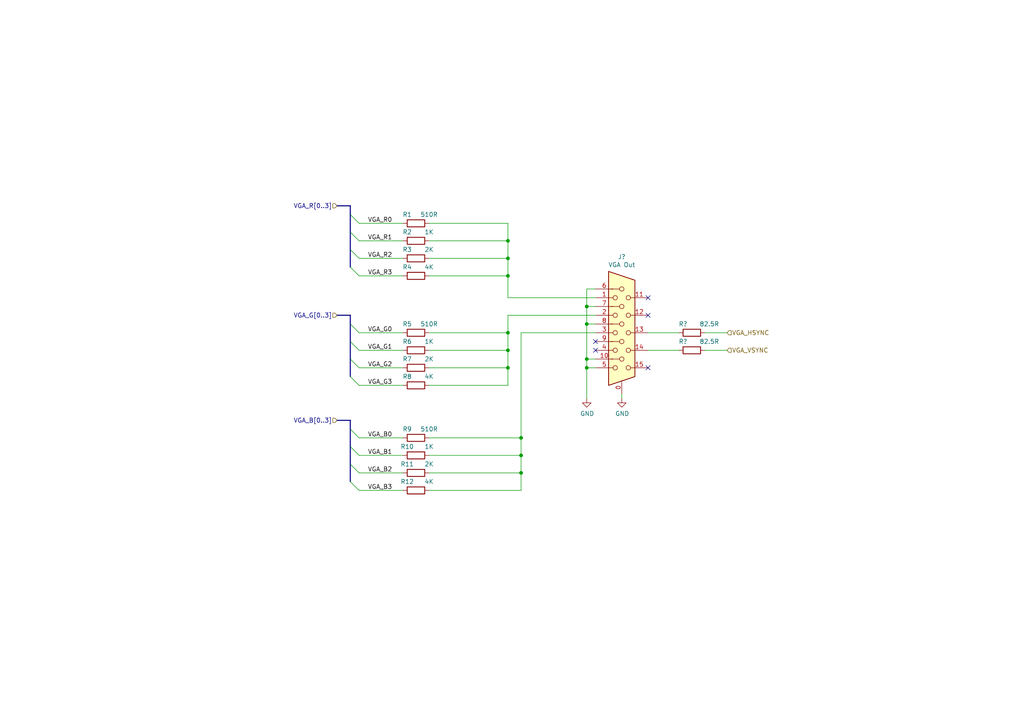
<source format=kicad_sch>
(kicad_sch (version 20230121) (generator eeschema)
  (paper "A4")
  (lib_symbols
    (symbol "Connector:DB15_Female_HighDensity_MountingHoles" (pin_names (offset 1.016) hide)
      (property "Reference" "J" (at 0 21.59 0))
      (property "Value" "DB15_Female_HighDensity_MountingHoles" (at 0 19.05 0))
      (symbol "DB15_Female_HighDensity_MountingHoles_0_1"
        (circle (center -1.905 -10.16) (radius 0.635))
        (circle (center -1.905 -5.08) (radius 0.635))
        (circle (center -1.905 0) (radius 0.635))
        (circle (center -1.905 5.08) (radius 0.635))
        (circle (center -1.905 10.16) (radius 0.635))
        (circle (center 0 -7.62) (radius 0.635))
        (circle (center 0 -2.54) (radius 0.635))
        (polyline (pts (xy -3.175 7.62) (xy -0.635 7.62)))
        (polyline (pts (xy -0.635 -7.62) (xy -3.175 -7.62)))
        (polyline (pts (xy -0.635 -2.54) (xy -3.175 -2.54)))
        (polyline (pts (xy -0.635 2.54) (xy -3.175 2.54)))
        (polyline (pts (xy -0.635 12.7) (xy -3.175 12.7)))
        (polyline (pts (xy -3.81 17.78) (xy -3.81 -15.24) (xy 3.81 -12.7) (xy 3.81 15.24) (xy -3.81 17.78)) (stroke (width 0.254)) (fill (type background)))
        (circle (center 0 2.54) (radius 0.635))
        (circle (center 0 7.62) (radius 0.635))
        (circle (center 0 12.7) (radius 0.635))
        (circle (center 1.905 -10.16) (radius 0.635))
        (circle (center 1.905 -5.08) (radius 0.635))
        (circle (center 1.905 0) (radius 0.635))
        (circle (center 1.905 5.08) (radius 0.635))
        (circle (center 1.905 10.16) (radius 0.635))
      )
      (symbol "DB15_Female_HighDensity_MountingHoles_1_1"
        (pin passive line (at 0 -17.78 90) (length 3.81) (name "~") (number "0"))
        (pin passive line (at -7.62 10.16 0) (length 5.08) (name "~") (number "1"))
        (pin passive line (at -7.62 -7.62 0) (length 5.08) (name "~") (number "10"))
        (pin passive line (at 7.62 10.16 180) (length 5.08) (name "~") (number "11"))
        (pin passive line (at 7.62 5.08 180) (length 5.08) (name "~") (number "12"))
        (pin passive line (at 7.62 0 180) (length 5.08) (name "~") (number "13"))
        (pin passive line (at 7.62 -5.08 180) (length 5.08) (name "~") (number "14"))
        (pin passive line (at 7.62 -10.16 180) (length 5.08) (name "~") (number "15"))
        (pin passive line (at -7.62 5.08 0) (length 5.08) (name "~") (number "2"))
        (pin passive line (at -7.62 0 0) (length 5.08) (name "~") (number "3"))
        (pin passive line (at -7.62 -5.08 0) (length 5.08) (name "~") (number "4"))
        (pin passive line (at -7.62 -10.16 0) (length 5.08) (name "~") (number "5"))
        (pin passive line (at -7.62 12.7 0) (length 5.08) (name "~") (number "6"))
        (pin passive line (at -7.62 7.62 0) (length 5.08) (name "~") (number "7"))
        (pin passive line (at -7.62 2.54 0) (length 5.08) (name "~") (number "8"))
        (pin passive line (at -7.62 -2.54 0) (length 5.08) (name "~") (number "9"))
      )
    )
    (symbol "Device:R" (pin_numbers hide) (pin_names (offset 0))
      (property "Reference" "R" (at 2.032 0 90))
      (property "Value" "R" (at 0 0 90))
      (symbol "R_0_1"
        (rectangle (start -1.016 -2.54) (end 1.016 2.54) (stroke (width 0.254)))
      )
      (symbol "R_1_1"
        (pin passive line (at 0 3.81 270) (length 1.27) (name "~") (number "1"))
        (pin passive line (at 0 -3.81 90) (length 1.27) (name "~") (number "2"))
      )
    )
    (symbol "power:GND" (power) (pin_names (offset 0))
      (property "Value" "GND" (at 0 -3.81 0))
      (symbol "GND_0_1"
        (polyline (pts (xy 0 0) (xy 0 -1.27) (xy 1.27 -1.27) (xy 0 -2.54) (xy -1.27 -1.27) (xy 0 -1.27)))
      )
      (symbol "GND_1_1"
        (pin power_in line (at 0 0 270) (length 0) hide (name "GND") (number "1"))
      )
    )
  )
  (junction (at 147.32 106.68))
  (junction (at 170.18 93.98))
  (junction (at 147.32 96.52))
  (junction (at 151.13 137.16))
  (junction (at 147.32 74.93))
  (junction (at 151.13 132.08))
  (junction (at 147.32 69.85))
  (junction (at 170.18 104.14))
  (junction (at 147.32 80.01))
  (junction (at 170.18 106.68))
  (junction (at 170.18 88.9))
  (junction (at 151.13 127))
  (junction (at 147.32 101.6))
  (no_connect (at 187.96 91.44))
  (no_connect (at 187.96 86.36))
  (no_connect (at 172.72 99.06))
  (no_connect (at 172.72 101.6))
  (no_connect (at 187.96 106.68))
  (bus_entry (at 101.6 139.7) (size 2.54 2.54))
  (bus_entry (at 101.6 62.23) (size 2.54 2.54))
  (bus_entry (at 101.6 99.06) (size 2.54 2.54))
  (bus_entry (at 101.6 134.62) (size 2.54 2.54))
  (bus_entry (at 101.6 109.22) (size 2.54 2.54))
  (bus_entry (at 101.6 129.54) (size 2.54 2.54))
  (bus_entry (at 101.6 72.39) (size 2.54 2.54))
  (bus_entry (at 101.6 104.14) (size 2.54 2.54))
  (bus_entry (at 101.6 124.46) (size 2.54 2.54))
  (bus_entry (at 101.6 77.47) (size 2.54 2.54))
  (bus_entry (at 101.6 67.31) (size 2.54 2.54))
  (bus_entry (at 101.6 93.98) (size 2.54 2.54))
  (wire (pts (xy 124.46 69.85) (xy 147.32 69.85)))
  (wire (pts (xy 151.13 137.16) (xy 151.13 142.24)))
  (wire (pts (xy 151.13 96.52) (xy 151.13 127)))
  (bus (pts (xy 97.79 59.69) (xy 101.6 59.69)))
  (wire (pts (xy 170.18 83.82) (xy 170.18 88.9)))
  (wire (pts (xy 147.32 86.36) (xy 147.32 80.01)))
  (wire (pts (xy 104.14 101.6) (xy 116.84 101.6)))
  (bus (pts (xy 101.6 62.23) (xy 101.6 59.69)))
  (wire (pts (xy 187.96 101.6) (xy 196.85 101.6)))
  (bus (pts (xy 101.6 77.47) (xy 101.6 72.39)))
  (wire (pts (xy 124.46 101.6) (xy 147.32 101.6)))
  (bus (pts (xy 101.6 67.31) (xy 101.6 62.23)))
  (wire (pts (xy 124.46 106.68) (xy 147.32 106.68)))
  (wire (pts (xy 104.14 96.52) (xy 116.84 96.52)))
  (wire (pts (xy 104.14 127) (xy 116.84 127)))
  (wire (pts (xy 151.13 127) (xy 151.13 132.08)))
  (wire (pts (xy 147.32 91.44) (xy 147.32 96.52)))
  (bus (pts (xy 101.6 104.14) (xy 101.6 99.06)))
  (wire (pts (xy 196.85 96.52) (xy 187.96 96.52)))
  (wire (pts (xy 104.14 69.85) (xy 116.84 69.85)))
  (wire (pts (xy 104.14 74.93) (xy 116.84 74.93)))
  (wire (pts (xy 147.32 74.93) (xy 147.32 69.85)))
  (wire (pts (xy 124.46 74.93) (xy 147.32 74.93)))
  (wire (pts (xy 151.13 132.08) (xy 151.13 137.16)))
  (wire (pts (xy 170.18 104.14) (xy 172.72 104.14)))
  (wire (pts (xy 104.14 106.68) (xy 116.84 106.68)))
  (wire (pts (xy 124.46 80.01) (xy 147.32 80.01)))
  (bus (pts (xy 101.6 139.7) (xy 101.6 134.62)))
  (wire (pts (xy 170.18 106.68) (xy 170.18 104.14)))
  (wire (pts (xy 104.14 64.77) (xy 116.84 64.77)))
  (wire (pts (xy 104.14 80.01) (xy 116.84 80.01)))
  (wire (pts (xy 147.32 111.76) (xy 124.46 111.76)))
  (wire (pts (xy 124.46 127) (xy 151.13 127)))
  (bus (pts (xy 97.79 121.92) (xy 101.6 121.92)))
  (bus (pts (xy 101.6 129.54) (xy 101.6 124.46)))
  (wire (pts (xy 124.46 96.52) (xy 147.32 96.52)))
  (wire (pts (xy 104.14 132.08) (xy 116.84 132.08)))
  (bus (pts (xy 101.6 134.62) (xy 101.6 129.54)))
  (wire (pts (xy 124.46 132.08) (xy 151.13 132.08)))
  (bus (pts (xy 101.6 124.46) (xy 101.6 121.92)))
  (wire (pts (xy 151.13 142.24) (xy 124.46 142.24)))
  (bus (pts (xy 101.6 72.39) (xy 101.6 67.31)))
  (wire (pts (xy 204.47 96.52) (xy 210.82 96.52)))
  (wire (pts (xy 124.46 137.16) (xy 151.13 137.16)))
  (wire (pts (xy 147.32 101.6) (xy 147.32 106.68)))
  (wire (pts (xy 172.72 106.68) (xy 170.18 106.68)))
  (wire (pts (xy 172.72 88.9) (xy 170.18 88.9)))
  (wire (pts (xy 172.72 91.44) (xy 147.32 91.44)))
  (wire (pts (xy 170.18 93.98) (xy 170.18 104.14)))
  (wire (pts (xy 170.18 88.9) (xy 170.18 93.98)))
  (wire (pts (xy 172.72 96.52) (xy 151.13 96.52)))
  (bus (pts (xy 101.6 109.22) (xy 101.6 104.14)))
  (wire (pts (xy 170.18 115.57) (xy 170.18 106.68)))
  (wire (pts (xy 147.32 69.85) (xy 147.32 64.77)))
  (wire (pts (xy 147.32 106.68) (xy 147.32 111.76)))
  (bus (pts (xy 97.79 91.44) (xy 101.6 91.44)))
  (wire (pts (xy 104.14 111.76) (xy 116.84 111.76)))
  (wire (pts (xy 210.82 101.6) (xy 204.47 101.6)))
  (wire (pts (xy 172.72 93.98) (xy 170.18 93.98)))
  (wire (pts (xy 147.32 64.77) (xy 124.46 64.77)))
  (wire (pts (xy 104.14 142.24) (xy 116.84 142.24)))
  (bus (pts (xy 101.6 99.06) (xy 101.6 93.98)))
  (wire (pts (xy 147.32 80.01) (xy 147.32 74.93)))
  (wire (pts (xy 104.14 137.16) (xy 116.84 137.16)))
  (wire (pts (xy 172.72 83.82) (xy 170.18 83.82)))
  (wire (pts (xy 172.72 86.36) (xy 147.32 86.36)))
  (bus (pts (xy 101.6 93.98) (xy 101.6 91.44)))
  (wire (pts (xy 180.34 115.57) (xy 180.34 114.3)))
  (wire (pts (xy 147.32 96.52) (xy 147.32 101.6)))
  (label "VGA_B1" (at 106.68 132.08 0))
  (label "VGA_R3" (at 106.68 80.01 0))
  (label "VGA_R2" (at 106.68 74.93 0))
  (label "VGA_R1" (at 106.68 69.85 0))
  (label "VGA_G2" (at 106.68 106.68 0))
  (label "VGA_G0" (at 106.68 96.52 0))
  (label "VGA_G3" (at 106.68 111.76 0))
  (label "VGA_G1" (at 106.68 101.6 0))
  (label "VGA_B2" (at 106.68 137.16 0))
  (label "VGA_B0" (at 106.68 127 0))
  (label "VGA_R0" (at 106.68 64.77 0))
  (label "VGA_B3" (at 106.68 142.24 0))
  (hierarchical_label "VGA_VSYNC" (shape input) (at 210.82 101.6 0))
  (hierarchical_label "VGA_HSYNC" (shape input) (at 210.82 96.52 0))
  (hierarchical_label "VGA_G[0..3]" (shape input) (at 97.79 91.44 180))
  (hierarchical_label "VGA_B[0..3]" (shape input) (at 97.79 121.92 180))
  (hierarchical_label "VGA_R[0..3]" (shape input) (at 97.79 59.69 180))
  (symbol (lib_id "Device:R") (at 120.65 69.85 90) (unit 1)
    (property "Reference" "R2" (at 118.11 67.31 90))
    (property "Value" "1K" (at 124.46 67.31 90))
  )
  (symbol (lib_id "Device:R") (at 120.65 142.24 90) (unit 1)
    (property "Reference" "R12" (at 118.11 139.7 90))
    (property "Value" "4K" (at 124.46 139.7 90))
  )
  (symbol (lib_id "Connector:DB15_Female_HighDensity_MountingHoles") (at 180.34 96.52 0) (unit 1)
    (property "Reference" "J?" (at 180.34 74.4982 0))
    (property "Value" "VGA Out" (at 180.34 76.8096 0))
    (property "Footprint" "Connector_Dsub:DSUB-15-HD_Female_Horizontal_P2.29x1.98mm_EdgePinOffset3.03mm_Housed_MountingHolesOffset4.94mm" (effects hide))
    (property "Datasheet" " ~" (effects hide))
  )
  (symbol (lib_id "Device:R") (at 120.65 101.6 90) (unit 1)
    (property "Reference" "R6" (at 118.11 99.06 90))
    (property "Value" "1K" (at 124.46 99.06 90))
  )
  (symbol (lib_id "Device:R") (at 120.65 74.93 90) (unit 1)
    (property "Reference" "R3" (at 118.11 72.39 90))
    (property "Value" "2K" (at 124.46 72.39 90))
  )
  (symbol (lib_id "Device:R") (at 120.65 137.16 90) (unit 1)
    (property "Reference" "R11" (at 118.11 134.62 90))
    (property "Value" "2K" (at 124.46 134.62 90))
  )
  (symbol (lib_id "Device:R") (at 200.66 101.6 270) (unit 1)
    (property "Reference" "R?" (at 198.12 99.06 90))
    (property "Value" "82.5R" (at 205.74 99.06 90))
    (property "Footprint" "Resistor_SMD:R_0805_2012Metric" (effects hide))
  )
  (symbol (lib_id "Device:R") (at 120.65 127 90) (unit 1)
    (property "Reference" "R9" (at 118.11 124.46 90))
    (property "Value" "510R" (at 124.46 124.46 90))
  )
  (symbol (lib_id "Device:R") (at 200.66 96.52 270) (unit 1)
    (property "Reference" "R?" (at 198.12 93.98 90))
    (property "Value" "82.5R" (at 205.74 93.98 90))
    (property "Footprint" "Resistor_SMD:R_0805_2012Metric" (effects hide))
  )
  (symbol (lib_id "power:GND") (at 180.34 115.57 0) (unit 1)
    (property "Reference" "#PWR?" (effects hide))
    (property "Value" "GND" (at 180.467 119.9642 0))
  )
  (symbol (lib_id "Device:R") (at 120.65 111.76 90) (unit 1)
    (property "Reference" "R8" (at 118.11 109.22 90))
    (property "Value" "4K" (at 124.46 109.22 90))
  )
  (symbol (lib_id "Device:R") (at 120.65 96.52 90) (unit 1)
    (property "Reference" "R5" (at 118.11 93.98 90))
    (property "Value" "510R" (at 124.46 93.98 90))
  )
  (symbol (lib_id "Device:R") (at 120.65 64.77 90) (unit 1)
    (property "Reference" "R1" (at 118.11 62.23 90))
    (property "Value" "510R" (at 124.46 62.23 90))
  )
  (symbol (lib_id "Device:R") (at 120.65 106.68 90) (unit 1)
    (property "Reference" "R7" (at 118.11 104.14 90))
    (property "Value" "2K" (at 124.46 104.14 90))
  )
  (symbol (lib_id "Device:R") (at 120.65 80.01 90) (unit 1)
    (property "Reference" "R4" (at 118.11 77.47 90))
    (property "Value" "4K" (at 124.46 77.47 90))
  )
  (symbol (lib_id "Device:R") (at 120.65 132.08 90) (unit 1)
    (property "Reference" "R10" (at 118.11 129.54 90))
    (property "Value" "1K" (at 124.46 129.54 90))
  )
  (symbol (lib_id "power:GND") (at 170.18 115.57 0) (unit 1)
    (property "Reference" "#PWR?" (effects hide))
    (property "Value" "GND" (at 170.307 119.9642 0))
  )
)
</source>
